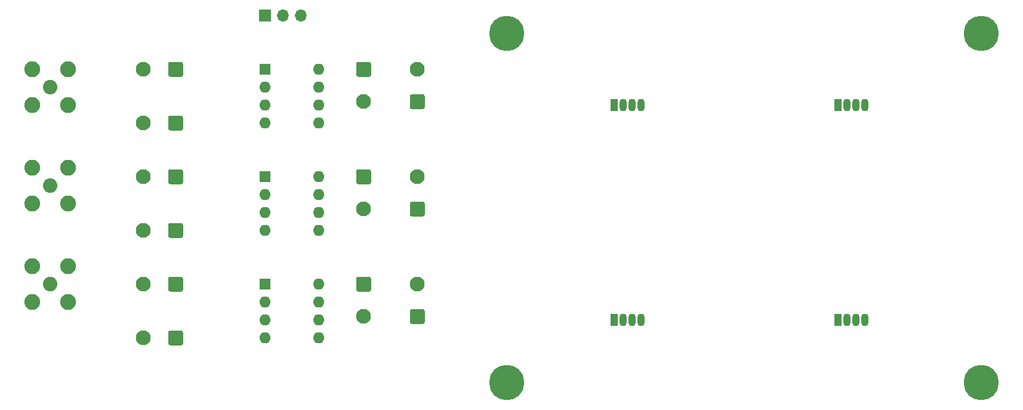
<source format=gbr>
%TF.GenerationSoftware,KiCad,Pcbnew,(5.1.9)-1*%
%TF.CreationDate,2022-04-08T15:22:57-04:00*%
%TF.ProjectId,March_PCB_Design_2_2b2848RGB,4d617263-685f-4504-9342-5f4465736967,rev?*%
%TF.SameCoordinates,Original*%
%TF.FileFunction,Soldermask,Top*%
%TF.FilePolarity,Negative*%
%FSLAX46Y46*%
G04 Gerber Fmt 4.6, Leading zero omitted, Abs format (unit mm)*
G04 Created by KiCad (PCBNEW (5.1.9)-1) date 2022-04-08 15:22:57*
%MOMM*%
%LPD*%
G01*
G04 APERTURE LIST*
%ADD10O,1.600000X1.600000*%
%ADD11R,1.600000X1.600000*%
%ADD12O,1.700000X1.700000*%
%ADD13R,1.700000X1.700000*%
%ADD14O,1.070000X1.800000*%
%ADD15R,1.070000X1.800000*%
%ADD16C,2.900000*%
%ADD17C,5.000000*%
%ADD18C,2.100000*%
%ADD19C,2.250000*%
%ADD20C,2.050000*%
G04 APERTURE END LIST*
D10*
%TO.C,J6*%
X113030000Y-102870000D03*
X105410000Y-110490000D03*
X113030000Y-105410000D03*
X105410000Y-107950000D03*
X113030000Y-107950000D03*
X105410000Y-105410000D03*
X113030000Y-110490000D03*
D11*
X105410000Y-102870000D03*
%TD*%
D12*
%TO.C,REF\u002A\u002A*%
X110490000Y-64770000D03*
X107950000Y-64770000D03*
D13*
X105410000Y-64770000D03*
%TD*%
D14*
%TO.C,D3*%
X158750000Y-107950000D03*
X157480000Y-107950000D03*
X156210000Y-107950000D03*
D15*
X154940000Y-107950000D03*
%TD*%
D16*
%TO.C,REF\u002A\u002A*%
X139700000Y-67310000D03*
D17*
X139700000Y-67310000D03*
%TD*%
D16*
%TO.C,REF\u002A\u002A*%
X139700000Y-116840000D03*
D17*
X139700000Y-116840000D03*
%TD*%
D16*
%TO.C,REF\u002A\u002A*%
X207010000Y-116840000D03*
D17*
X207010000Y-116840000D03*
%TD*%
%TO.C,REF\u002A\u002A*%
X207010000Y-67310000D03*
D16*
X207010000Y-67310000D03*
%TD*%
D18*
%TO.C,R12*%
X127000000Y-102870000D03*
G36*
G01*
X127800001Y-108520000D02*
X126199999Y-108520000D01*
G75*
G02*
X125950000Y-108270001I0J249999D01*
G01*
X125950000Y-106669999D01*
G75*
G02*
X126199999Y-106420000I249999J0D01*
G01*
X127800001Y-106420000D01*
G75*
G02*
X128050000Y-106669999I0J-249999D01*
G01*
X128050000Y-108270001D01*
G75*
G02*
X127800001Y-108520000I-249999J0D01*
G01*
G37*
%TD*%
%TO.C,R11*%
X127000000Y-87630000D03*
G36*
G01*
X127800001Y-93280000D02*
X126199999Y-93280000D01*
G75*
G02*
X125950000Y-93030001I0J249999D01*
G01*
X125950000Y-91429999D01*
G75*
G02*
X126199999Y-91180000I249999J0D01*
G01*
X127800001Y-91180000D01*
G75*
G02*
X128050000Y-91429999I0J-249999D01*
G01*
X128050000Y-93030001D01*
G75*
G02*
X127800001Y-93280000I-249999J0D01*
G01*
G37*
%TD*%
%TO.C,R10*%
X127000000Y-72390000D03*
G36*
G01*
X127800001Y-78040000D02*
X126199999Y-78040000D01*
G75*
G02*
X125950000Y-77790001I0J249999D01*
G01*
X125950000Y-76189999D01*
G75*
G02*
X126199999Y-75940000I249999J0D01*
G01*
X127800001Y-75940000D01*
G75*
G02*
X128050000Y-76189999I0J-249999D01*
G01*
X128050000Y-77790001D01*
G75*
G02*
X127800001Y-78040000I-249999J0D01*
G01*
G37*
%TD*%
%TO.C,R9*%
X119380000Y-107470000D03*
G36*
G01*
X118579999Y-101820000D02*
X120180001Y-101820000D01*
G75*
G02*
X120430000Y-102069999I0J-249999D01*
G01*
X120430000Y-103670001D01*
G75*
G02*
X120180001Y-103920000I-249999J0D01*
G01*
X118579999Y-103920000D01*
G75*
G02*
X118330000Y-103670001I0J249999D01*
G01*
X118330000Y-102069999D01*
G75*
G02*
X118579999Y-101820000I249999J0D01*
G01*
G37*
%TD*%
%TO.C,R8*%
X119380000Y-92230000D03*
G36*
G01*
X118579999Y-86580000D02*
X120180001Y-86580000D01*
G75*
G02*
X120430000Y-86829999I0J-249999D01*
G01*
X120430000Y-88430001D01*
G75*
G02*
X120180001Y-88680000I-249999J0D01*
G01*
X118579999Y-88680000D01*
G75*
G02*
X118330000Y-88430001I0J249999D01*
G01*
X118330000Y-86829999D01*
G75*
G02*
X118579999Y-86580000I249999J0D01*
G01*
G37*
%TD*%
%TO.C,R7*%
X119380000Y-76990000D03*
G36*
G01*
X118579999Y-71340000D02*
X120180001Y-71340000D01*
G75*
G02*
X120430000Y-71589999I0J-249999D01*
G01*
X120430000Y-73190001D01*
G75*
G02*
X120180001Y-73440000I-249999J0D01*
G01*
X118579999Y-73440000D01*
G75*
G02*
X118330000Y-73190001I0J249999D01*
G01*
X118330000Y-71589999D01*
G75*
G02*
X118579999Y-71340000I249999J0D01*
G01*
G37*
%TD*%
%TO.C,R6*%
X88110000Y-102870000D03*
G36*
G01*
X93760000Y-102069999D02*
X93760000Y-103670001D01*
G75*
G02*
X93510001Y-103920000I-249999J0D01*
G01*
X91909999Y-103920000D01*
G75*
G02*
X91660000Y-103670001I0J249999D01*
G01*
X91660000Y-102069999D01*
G75*
G02*
X91909999Y-101820000I249999J0D01*
G01*
X93510001Y-101820000D01*
G75*
G02*
X93760000Y-102069999I0J-249999D01*
G01*
G37*
%TD*%
%TO.C,R5*%
X88110000Y-110490000D03*
G36*
G01*
X93760000Y-109689999D02*
X93760000Y-111290001D01*
G75*
G02*
X93510001Y-111540000I-249999J0D01*
G01*
X91909999Y-111540000D01*
G75*
G02*
X91660000Y-111290001I0J249999D01*
G01*
X91660000Y-109689999D01*
G75*
G02*
X91909999Y-109440000I249999J0D01*
G01*
X93510001Y-109440000D01*
G75*
G02*
X93760000Y-109689999I0J-249999D01*
G01*
G37*
%TD*%
%TO.C,R4*%
X88110000Y-87630000D03*
G36*
G01*
X93760000Y-86829999D02*
X93760000Y-88430001D01*
G75*
G02*
X93510001Y-88680000I-249999J0D01*
G01*
X91909999Y-88680000D01*
G75*
G02*
X91660000Y-88430001I0J249999D01*
G01*
X91660000Y-86829999D01*
G75*
G02*
X91909999Y-86580000I249999J0D01*
G01*
X93510001Y-86580000D01*
G75*
G02*
X93760000Y-86829999I0J-249999D01*
G01*
G37*
%TD*%
%TO.C,R3*%
X88110000Y-95250000D03*
G36*
G01*
X93760000Y-94449999D02*
X93760000Y-96050001D01*
G75*
G02*
X93510001Y-96300000I-249999J0D01*
G01*
X91909999Y-96300000D01*
G75*
G02*
X91660000Y-96050001I0J249999D01*
G01*
X91660000Y-94449999D01*
G75*
G02*
X91909999Y-94200000I249999J0D01*
G01*
X93510001Y-94200000D01*
G75*
G02*
X93760000Y-94449999I0J-249999D01*
G01*
G37*
%TD*%
%TO.C,R2*%
X88110000Y-72390000D03*
G36*
G01*
X93760000Y-71589999D02*
X93760000Y-73190001D01*
G75*
G02*
X93510001Y-73440000I-249999J0D01*
G01*
X91909999Y-73440000D01*
G75*
G02*
X91660000Y-73190001I0J249999D01*
G01*
X91660000Y-71589999D01*
G75*
G02*
X91909999Y-71340000I249999J0D01*
G01*
X93510001Y-71340000D01*
G75*
G02*
X93760000Y-71589999I0J-249999D01*
G01*
G37*
%TD*%
%TO.C,R1*%
X88110000Y-80010000D03*
G36*
G01*
X93760000Y-79209999D02*
X93760000Y-80810001D01*
G75*
G02*
X93510001Y-81060000I-249999J0D01*
G01*
X91909999Y-81060000D01*
G75*
G02*
X91660000Y-80810001I0J249999D01*
G01*
X91660000Y-79209999D01*
G75*
G02*
X91909999Y-78960000I249999J0D01*
G01*
X93510001Y-78960000D01*
G75*
G02*
X93760000Y-79209999I0J-249999D01*
G01*
G37*
%TD*%
D10*
%TO.C,J5*%
X113030000Y-87630000D03*
X105410000Y-95250000D03*
X113030000Y-90170000D03*
X105410000Y-92710000D03*
X113030000Y-92710000D03*
X105410000Y-90170000D03*
X113030000Y-95250000D03*
D11*
X105410000Y-87630000D03*
%TD*%
D10*
%TO.C,J4*%
X113030000Y-72390000D03*
X105410000Y-80010000D03*
X113030000Y-74930000D03*
X105410000Y-77470000D03*
X113030000Y-77470000D03*
X105410000Y-74930000D03*
X113030000Y-80010000D03*
D11*
X105410000Y-72390000D03*
%TD*%
D19*
%TO.C,J3*%
X72390000Y-100330000D03*
X72390000Y-105410000D03*
X77470000Y-105410000D03*
X77470000Y-100330000D03*
D20*
X74930000Y-102870000D03*
%TD*%
D19*
%TO.C,J2*%
X72390000Y-86360000D03*
X72390000Y-91440000D03*
X77470000Y-91440000D03*
X77470000Y-86360000D03*
D20*
X74930000Y-88900000D03*
%TD*%
D19*
%TO.C,J1*%
X72390000Y-72390000D03*
X72390000Y-77470000D03*
X77470000Y-77470000D03*
X77470000Y-72390000D03*
D20*
X74930000Y-74930000D03*
%TD*%
D14*
%TO.C,D4*%
X190500000Y-107950000D03*
X189230000Y-107950000D03*
X187960000Y-107950000D03*
D15*
X186690000Y-107950000D03*
%TD*%
D14*
%TO.C,D2*%
X190500000Y-77470000D03*
X189230000Y-77470000D03*
X187960000Y-77470000D03*
D15*
X186690000Y-77470000D03*
%TD*%
D14*
%TO.C,D1*%
X158750000Y-77470000D03*
X157480000Y-77470000D03*
X156210000Y-77470000D03*
D15*
X154940000Y-77470000D03*
%TD*%
M02*

</source>
